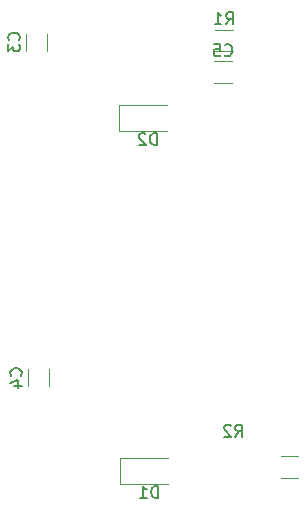
<source format=gbr>
%TF.GenerationSoftware,KiCad,Pcbnew,(6.0.7)*%
%TF.CreationDate,2023-04-08T09:09:21+05:30*%
%TF.ProjectId,aux_PS,6175785f-5053-42e6-9b69-6361645f7063,rev?*%
%TF.SameCoordinates,Original*%
%TF.FileFunction,Legend,Bot*%
%TF.FilePolarity,Positive*%
%FSLAX46Y46*%
G04 Gerber Fmt 4.6, Leading zero omitted, Abs format (unit mm)*
G04 Created by KiCad (PCBNEW (6.0.7)) date 2023-04-08 09:09:21*
%MOMM*%
%LPD*%
G01*
G04 APERTURE LIST*
%ADD10C,0.150000*%
%ADD11C,0.120000*%
G04 APERTURE END LIST*
D10*
%TO.C,R2*%
X128461666Y-87592380D02*
X128795000Y-87116190D01*
X129033095Y-87592380D02*
X129033095Y-86592380D01*
X128652142Y-86592380D01*
X128556904Y-86640000D01*
X128509285Y-86687619D01*
X128461666Y-86782857D01*
X128461666Y-86925714D01*
X128509285Y-87020952D01*
X128556904Y-87068571D01*
X128652142Y-87116190D01*
X129033095Y-87116190D01*
X128080714Y-86687619D02*
X128033095Y-86640000D01*
X127937857Y-86592380D01*
X127699761Y-86592380D01*
X127604523Y-86640000D01*
X127556904Y-86687619D01*
X127509285Y-86782857D01*
X127509285Y-86878095D01*
X127556904Y-87020952D01*
X128128333Y-87592380D01*
X127509285Y-87592380D01*
%TO.C,R1*%
X127671666Y-52692380D02*
X128005000Y-52216190D01*
X128243095Y-52692380D02*
X128243095Y-51692380D01*
X127862142Y-51692380D01*
X127766904Y-51740000D01*
X127719285Y-51787619D01*
X127671666Y-51882857D01*
X127671666Y-52025714D01*
X127719285Y-52120952D01*
X127766904Y-52168571D01*
X127862142Y-52216190D01*
X128243095Y-52216190D01*
X126719285Y-52692380D02*
X127290714Y-52692380D01*
X127005000Y-52692380D02*
X127005000Y-51692380D01*
X127100238Y-51835238D01*
X127195476Y-51930476D01*
X127290714Y-51978095D01*
%TO.C,D1*%
X121900595Y-92792380D02*
X121900595Y-91792380D01*
X121662500Y-91792380D01*
X121519642Y-91840000D01*
X121424404Y-91935238D01*
X121376785Y-92030476D01*
X121329166Y-92220952D01*
X121329166Y-92363809D01*
X121376785Y-92554285D01*
X121424404Y-92649523D01*
X121519642Y-92744761D01*
X121662500Y-92792380D01*
X121900595Y-92792380D01*
X120376785Y-92792380D02*
X120948214Y-92792380D01*
X120662500Y-92792380D02*
X120662500Y-91792380D01*
X120757738Y-91935238D01*
X120852976Y-92030476D01*
X120948214Y-92078095D01*
%TO.C,C3*%
X110137142Y-54033333D02*
X110184761Y-53985714D01*
X110232380Y-53842857D01*
X110232380Y-53747619D01*
X110184761Y-53604761D01*
X110089523Y-53509523D01*
X109994285Y-53461904D01*
X109803809Y-53414285D01*
X109660952Y-53414285D01*
X109470476Y-53461904D01*
X109375238Y-53509523D01*
X109280000Y-53604761D01*
X109232380Y-53747619D01*
X109232380Y-53842857D01*
X109280000Y-53985714D01*
X109327619Y-54033333D01*
X109232380Y-54366666D02*
X109232380Y-54985714D01*
X109613333Y-54652380D01*
X109613333Y-54795238D01*
X109660952Y-54890476D01*
X109708571Y-54938095D01*
X109803809Y-54985714D01*
X110041904Y-54985714D01*
X110137142Y-54938095D01*
X110184761Y-54890476D01*
X110232380Y-54795238D01*
X110232380Y-54509523D01*
X110184761Y-54414285D01*
X110137142Y-54366666D01*
%TO.C,D2*%
X121790595Y-62892380D02*
X121790595Y-61892380D01*
X121552500Y-61892380D01*
X121409642Y-61940000D01*
X121314404Y-62035238D01*
X121266785Y-62130476D01*
X121219166Y-62320952D01*
X121219166Y-62463809D01*
X121266785Y-62654285D01*
X121314404Y-62749523D01*
X121409642Y-62844761D01*
X121552500Y-62892380D01*
X121790595Y-62892380D01*
X120838214Y-61987619D02*
X120790595Y-61940000D01*
X120695357Y-61892380D01*
X120457261Y-61892380D01*
X120362023Y-61940000D01*
X120314404Y-61987619D01*
X120266785Y-62082857D01*
X120266785Y-62178095D01*
X120314404Y-62320952D01*
X120885833Y-62892380D01*
X120266785Y-62892380D01*
%TO.C,C5*%
X127581666Y-55287142D02*
X127629285Y-55334761D01*
X127772142Y-55382380D01*
X127867380Y-55382380D01*
X128010238Y-55334761D01*
X128105476Y-55239523D01*
X128153095Y-55144285D01*
X128200714Y-54953809D01*
X128200714Y-54810952D01*
X128153095Y-54620476D01*
X128105476Y-54525238D01*
X128010238Y-54430000D01*
X127867380Y-54382380D01*
X127772142Y-54382380D01*
X127629285Y-54430000D01*
X127581666Y-54477619D01*
X126676904Y-54382380D02*
X127153095Y-54382380D01*
X127200714Y-54858571D01*
X127153095Y-54810952D01*
X127057857Y-54763333D01*
X126819761Y-54763333D01*
X126724523Y-54810952D01*
X126676904Y-54858571D01*
X126629285Y-54953809D01*
X126629285Y-55191904D01*
X126676904Y-55287142D01*
X126724523Y-55334761D01*
X126819761Y-55382380D01*
X127057857Y-55382380D01*
X127153095Y-55334761D01*
X127200714Y-55287142D01*
%TO.C,C4*%
X110307142Y-82443333D02*
X110354761Y-82395714D01*
X110402380Y-82252857D01*
X110402380Y-82157619D01*
X110354761Y-82014761D01*
X110259523Y-81919523D01*
X110164285Y-81871904D01*
X109973809Y-81824285D01*
X109830952Y-81824285D01*
X109640476Y-81871904D01*
X109545238Y-81919523D01*
X109450000Y-82014761D01*
X109402380Y-82157619D01*
X109402380Y-82252857D01*
X109450000Y-82395714D01*
X109497619Y-82443333D01*
X109735714Y-83300476D02*
X110402380Y-83300476D01*
X109354761Y-83062380D02*
X110069047Y-82824285D01*
X110069047Y-83443333D01*
D11*
%TO.C,R2*%
X132342936Y-91090000D02*
X133797064Y-91090000D01*
X132342936Y-89270000D02*
X133797064Y-89270000D01*
%TO.C,R1*%
X128232064Y-54970000D02*
X126777936Y-54970000D01*
X128232064Y-53150000D02*
X126777936Y-53150000D01*
%TO.C,D1*%
X118702500Y-89385000D02*
X122762500Y-89385000D01*
X118702500Y-91655000D02*
X118702500Y-89385000D01*
X122762500Y-91655000D02*
X118702500Y-91655000D01*
%TO.C,C3*%
X112540000Y-53488748D02*
X112540000Y-54911252D01*
X110720000Y-53488748D02*
X110720000Y-54911252D01*
%TO.C,D2*%
X118592500Y-59485000D02*
X122652500Y-59485000D01*
X122652500Y-61755000D02*
X118592500Y-61755000D01*
X118592500Y-61755000D02*
X118592500Y-59485000D01*
%TO.C,C5*%
X128142064Y-55840000D02*
X126687936Y-55840000D01*
X128142064Y-57660000D02*
X126687936Y-57660000D01*
%TO.C,C4*%
X110890000Y-81898748D02*
X110890000Y-83321252D01*
X112710000Y-81898748D02*
X112710000Y-83321252D01*
%TD*%
M02*

</source>
